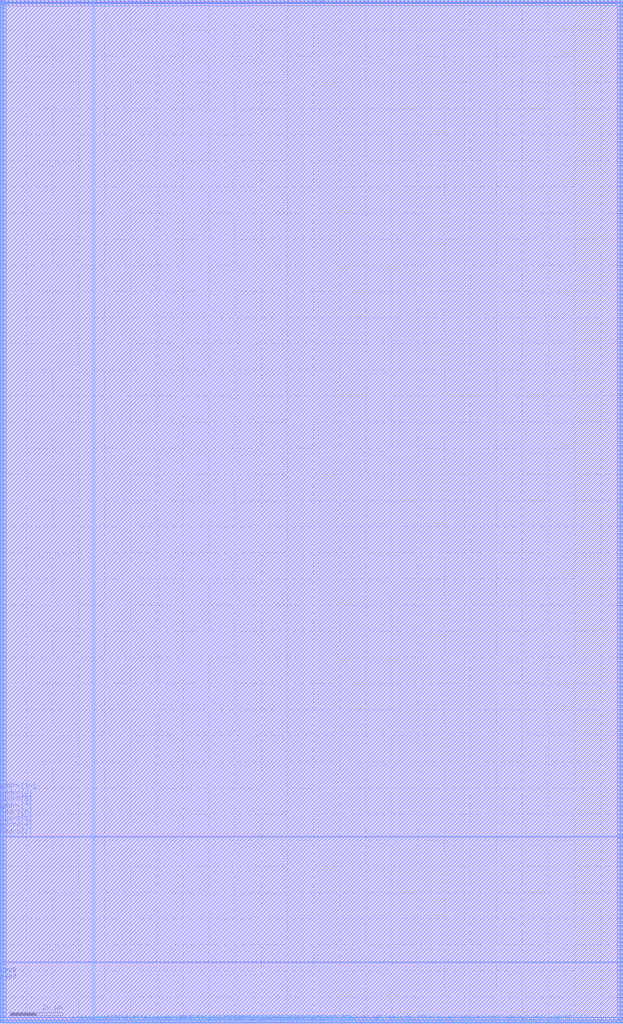
<source format=lef>
VERSION 5.4 ;
NAMESCASESENSITIVE ON ;
BUSBITCHARS "[]" ;
DIVIDERCHAR "/" ;
UNITS
  DATABASE MICRONS 2000 ;
END UNITS
MACRO sram_32b_65536_1rw_freepdk45_sram_32x65536_32v
   CLASS BLOCK ;
   SIZE 238.5625 BY 391.5075 ;
   SYMMETRY X Y R90 ;
   PIN din0[0]
      DIRECTION INPUT ;
      PORT
         LAYER metal4 ;
         RECT  35.705 0.0 35.845 0.14 ;
      END
   END din0[0]
   PIN din0[1]
      DIRECTION INPUT ;
      PORT
         LAYER metal4 ;
         RECT  38.565 0.0 38.705 0.14 ;
      END
   END din0[1]
   PIN din0[2]
      DIRECTION INPUT ;
      PORT
         LAYER metal4 ;
         RECT  41.425 0.0 41.565 0.14 ;
      END
   END din0[2]
   PIN din0[3]
      DIRECTION INPUT ;
      PORT
         LAYER metal4 ;
         RECT  44.285 0.0 44.425 0.14 ;
      END
   END din0[3]
   PIN din0[4]
      DIRECTION INPUT ;
      PORT
         LAYER metal4 ;
         RECT  47.145 0.0 47.285 0.14 ;
      END
   END din0[4]
   PIN din0[5]
      DIRECTION INPUT ;
      PORT
         LAYER metal4 ;
         RECT  50.005 0.0 50.145 0.14 ;
      END
   END din0[5]
   PIN din0[6]
      DIRECTION INPUT ;
      PORT
         LAYER metal4 ;
         RECT  52.865 0.0 53.005 0.14 ;
      END
   END din0[6]
   PIN din0[7]
      DIRECTION INPUT ;
      PORT
         LAYER metal4 ;
         RECT  55.725 0.0 55.865 0.14 ;
      END
   END din0[7]
   PIN din0[8]
      DIRECTION INPUT ;
      PORT
         LAYER metal4 ;
         RECT  58.585 0.0 58.725 0.14 ;
      END
   END din0[8]
   PIN din0[9]
      DIRECTION INPUT ;
      PORT
         LAYER metal4 ;
         RECT  61.445 0.0 61.585 0.14 ;
      END
   END din0[9]
   PIN din0[10]
      DIRECTION INPUT ;
      PORT
         LAYER metal4 ;
         RECT  64.305 0.0 64.445 0.14 ;
      END
   END din0[10]
   PIN din0[11]
      DIRECTION INPUT ;
      PORT
         LAYER metal4 ;
         RECT  67.165 0.0 67.305 0.14 ;
      END
   END din0[11]
   PIN din0[12]
      DIRECTION INPUT ;
      PORT
         LAYER metal4 ;
         RECT  70.025 0.0 70.165 0.14 ;
      END
   END din0[12]
   PIN din0[13]
      DIRECTION INPUT ;
      PORT
         LAYER metal4 ;
         RECT  72.885 0.0 73.025 0.14 ;
      END
   END din0[13]
   PIN din0[14]
      DIRECTION INPUT ;
      PORT
         LAYER metal4 ;
         RECT  75.745 0.0 75.885 0.14 ;
      END
   END din0[14]
   PIN din0[15]
      DIRECTION INPUT ;
      PORT
         LAYER metal4 ;
         RECT  78.605 0.0 78.745 0.14 ;
      END
   END din0[15]
   PIN din0[16]
      DIRECTION INPUT ;
      PORT
         LAYER metal4 ;
         RECT  81.465 0.0 81.605 0.14 ;
      END
   END din0[16]
   PIN din0[17]
      DIRECTION INPUT ;
      PORT
         LAYER metal4 ;
         RECT  84.325 0.0 84.465 0.14 ;
      END
   END din0[17]
   PIN din0[18]
      DIRECTION INPUT ;
      PORT
         LAYER metal4 ;
         RECT  87.185 0.0 87.325 0.14 ;
      END
   END din0[18]
   PIN din0[19]
      DIRECTION INPUT ;
      PORT
         LAYER metal4 ;
         RECT  90.045 0.0 90.185 0.14 ;
      END
   END din0[19]
   PIN din0[20]
      DIRECTION INPUT ;
      PORT
         LAYER metal4 ;
         RECT  92.905 0.0 93.045 0.14 ;
      END
   END din0[20]
   PIN din0[21]
      DIRECTION INPUT ;
      PORT
         LAYER metal4 ;
         RECT  95.765 0.0 95.905 0.14 ;
      END
   END din0[21]
   PIN din0[22]
      DIRECTION INPUT ;
      PORT
         LAYER metal4 ;
         RECT  98.625 0.0 98.765 0.14 ;
      END
   END din0[22]
   PIN din0[23]
      DIRECTION INPUT ;
      PORT
         LAYER metal4 ;
         RECT  101.485 0.0 101.625 0.14 ;
      END
   END din0[23]
   PIN din0[24]
      DIRECTION INPUT ;
      PORT
         LAYER metal4 ;
         RECT  104.345 0.0 104.485 0.14 ;
      END
   END din0[24]
   PIN din0[25]
      DIRECTION INPUT ;
      PORT
         LAYER metal4 ;
         RECT  107.205 0.0 107.345 0.14 ;
      END
   END din0[25]
   PIN din0[26]
      DIRECTION INPUT ;
      PORT
         LAYER metal4 ;
         RECT  110.065 0.0 110.205 0.14 ;
      END
   END din0[26]
   PIN din0[27]
      DIRECTION INPUT ;
      PORT
         LAYER metal4 ;
         RECT  112.925 0.0 113.065 0.14 ;
      END
   END din0[27]
   PIN din0[28]
      DIRECTION INPUT ;
      PORT
         LAYER metal4 ;
         RECT  115.785 0.0 115.925 0.14 ;
      END
   END din0[28]
   PIN din0[29]
      DIRECTION INPUT ;
      PORT
         LAYER metal4 ;
         RECT  118.645 0.0 118.785 0.14 ;
      END
   END din0[29]
   PIN din0[30]
      DIRECTION INPUT ;
      PORT
         LAYER metal4 ;
         RECT  121.505 0.0 121.645 0.14 ;
      END
   END din0[30]
   PIN din0[31]
      DIRECTION INPUT ;
      PORT
         LAYER metal4 ;
         RECT  124.365 0.0 124.505 0.14 ;
      END
   END din0[31]
   PIN addr0[0]
      DIRECTION INPUT ;
      PORT
         LAYER metal4 ;
         RECT  27.125 0.0 27.265 0.14 ;
      END
   END addr0[0]
   PIN addr0[1]
      DIRECTION INPUT ;
      PORT
         LAYER metal4 ;
         RECT  29.985 0.0 30.125 0.14 ;
      END
   END addr0[1]
   PIN addr0[2]
      DIRECTION INPUT ;
      PORT
         LAYER metal4 ;
         RECT  32.845 0.0 32.985 0.14 ;
      END
   END addr0[2]
   PIN addr0[3]
      DIRECTION INPUT ;
      PORT
         LAYER metal3 ;
         RECT  0.0 71.29 0.14 71.43 ;
      END
   END addr0[3]
   PIN addr0[4]
      DIRECTION INPUT ;
      PORT
         LAYER metal3 ;
         RECT  0.0 74.02 0.14 74.16 ;
      END
   END addr0[4]
   PIN addr0[5]
      DIRECTION INPUT ;
      PORT
         LAYER metal3 ;
         RECT  0.0 76.23 0.14 76.37 ;
      END
   END addr0[5]
   PIN addr0[6]
      DIRECTION INPUT ;
      PORT
         LAYER metal3 ;
         RECT  0.0 78.96 0.14 79.1 ;
      END
   END addr0[6]
   PIN addr0[7]
      DIRECTION INPUT ;
      PORT
         LAYER metal3 ;
         RECT  0.0 81.17 0.14 81.31 ;
      END
   END addr0[7]
   PIN addr0[8]
      DIRECTION INPUT ;
      PORT
         LAYER metal3 ;
         RECT  0.0 83.9 0.14 84.04 ;
      END
   END addr0[8]
   PIN addr0[9]
      DIRECTION INPUT ;
      PORT
         LAYER metal3 ;
         RECT  0.0 86.11 0.14 86.25 ;
      END
   END addr0[9]
   PIN addr0[10]
      DIRECTION INPUT ;
      PORT
         LAYER metal3 ;
         RECT  0.0 88.84 0.14 88.98 ;
      END
   END addr0[10]
   PIN addr0[11]
      DIRECTION INPUT ;
      PORT
      END
   END addr0[11]
   PIN addr0[12]
      DIRECTION INPUT ;
      PORT
      END
   END addr0[12]
   PIN addr0[13]
      DIRECTION INPUT ;
      PORT
      END
   END addr0[13]
   PIN addr0[14]
      DIRECTION INPUT ;
      PORT
      END
   END addr0[14]
   PIN addr0[15]
      DIRECTION INPUT ;
      PORT
      END
   END addr0[15]
   PIN csb0
      DIRECTION INPUT ;
      PORT
         LAYER metal3 ;
         RECT  0.0 15.65 0.14 15.79 ;
      END
   END csb0
   PIN web0
      DIRECTION INPUT ;
      PORT
         LAYER metal3 ;
         RECT  0.0 18.38 0.14 18.52 ;
      END
   END web0
   PIN clk0
      DIRECTION INPUT ;
      PORT
         LAYER metal3 ;
         RECT  0.0 15.885 0.14 16.025 ;
      END
   END clk0
   PIN dout0[0]
      DIRECTION OUTPUT ;
      PORT
         LAYER metal4 ;
         RECT  53.15 0.0 53.29 0.14 ;
      END
   END dout0[0]
   PIN dout0[1]
      DIRECTION OUTPUT ;
      PORT
         LAYER metal4 ;
         RECT  58.87 0.0 59.01 0.14 ;
      END
   END dout0[1]
   PIN dout0[2]
      DIRECTION OUTPUT ;
      PORT
         LAYER metal4 ;
         RECT  64.59 0.0 64.73 0.14 ;
      END
   END dout0[2]
   PIN dout0[3]
      DIRECTION OUTPUT ;
      PORT
         LAYER metal4 ;
         RECT  70.31 0.0 70.45 0.14 ;
      END
   END dout0[3]
   PIN dout0[4]
      DIRECTION OUTPUT ;
      PORT
         LAYER metal4 ;
         RECT  76.03 0.0 76.17 0.14 ;
      END
   END dout0[4]
   PIN dout0[5]
      DIRECTION OUTPUT ;
      PORT
         LAYER metal4 ;
         RECT  81.8975 0.0 82.0375 0.14 ;
      END
   END dout0[5]
   PIN dout0[6]
      DIRECTION OUTPUT ;
      PORT
         LAYER metal4 ;
         RECT  86.4275 0.0 86.5675 0.14 ;
      END
   END dout0[6]
   PIN dout0[7]
      DIRECTION OUTPUT ;
      PORT
         LAYER metal4 ;
         RECT  92.1475 0.0 92.2875 0.14 ;
      END
   END dout0[7]
   PIN dout0[8]
      DIRECTION OUTPUT ;
      PORT
         LAYER metal4 ;
         RECT  97.8675 0.0 98.0075 0.14 ;
      END
   END dout0[8]
   PIN dout0[9]
      DIRECTION OUTPUT ;
      PORT
         LAYER metal4 ;
         RECT  103.5875 0.0 103.7275 0.14 ;
      END
   END dout0[9]
   PIN dout0[10]
      DIRECTION OUTPUT ;
      PORT
         LAYER metal4 ;
         RECT  109.29 0.0 109.43 0.14 ;
      END
   END dout0[10]
   PIN dout0[11]
      DIRECTION OUTPUT ;
      PORT
         LAYER metal4 ;
         RECT  115.0275 0.0 115.1675 0.14 ;
      END
   END dout0[11]
   PIN dout0[12]
      DIRECTION OUTPUT ;
      PORT
         LAYER metal4 ;
         RECT  120.7475 0.0 120.8875 0.14 ;
      END
   END dout0[12]
   PIN dout0[13]
      DIRECTION OUTPUT ;
      PORT
         LAYER metal4 ;
         RECT  126.445 0.0 126.585 0.14 ;
      END
   END dout0[13]
   PIN dout0[14]
      DIRECTION OUTPUT ;
      PORT
         LAYER metal4 ;
         RECT  132.085 0.0 132.225 0.14 ;
      END
   END dout0[14]
   PIN dout0[15]
      DIRECTION OUTPUT ;
      PORT
         LAYER metal4 ;
         RECT  137.725 0.0 137.865 0.14 ;
      END
   END dout0[15]
   PIN dout0[16]
      DIRECTION OUTPUT ;
      PORT
         LAYER metal4 ;
         RECT  143.365 0.0 143.505 0.14 ;
      END
   END dout0[16]
   PIN dout0[17]
      DIRECTION OUTPUT ;
      PORT
         LAYER metal4 ;
         RECT  149.005 0.0 149.145 0.14 ;
      END
   END dout0[17]
   PIN dout0[18]
      DIRECTION OUTPUT ;
      PORT
         LAYER metal4 ;
         RECT  154.645 0.0 154.785 0.14 ;
      END
   END dout0[18]
   PIN dout0[19]
      DIRECTION OUTPUT ;
      PORT
         LAYER metal4 ;
         RECT  160.285 0.0 160.425 0.14 ;
      END
   END dout0[19]
   PIN dout0[20]
      DIRECTION OUTPUT ;
      PORT
         LAYER metal4 ;
         RECT  165.925 0.0 166.065 0.14 ;
      END
   END dout0[20]
   PIN dout0[21]
      DIRECTION OUTPUT ;
      PORT
         LAYER metal4 ;
         RECT  171.565 0.0 171.705 0.14 ;
      END
   END dout0[21]
   PIN dout0[22]
      DIRECTION OUTPUT ;
      PORT
         LAYER metal4 ;
         RECT  177.205 0.0 177.345 0.14 ;
      END
   END dout0[22]
   PIN dout0[23]
      DIRECTION OUTPUT ;
      PORT
         LAYER metal4 ;
         RECT  182.845 0.0 182.985 0.14 ;
      END
   END dout0[23]
   PIN dout0[24]
      DIRECTION OUTPUT ;
      PORT
         LAYER metal4 ;
         RECT  188.485 0.0 188.625 0.14 ;
      END
   END dout0[24]
   PIN dout0[25]
      DIRECTION OUTPUT ;
      PORT
         LAYER metal4 ;
         RECT  194.125 0.0 194.265 0.14 ;
      END
   END dout0[25]
   PIN dout0[26]
      DIRECTION OUTPUT ;
      PORT
         LAYER metal4 ;
         RECT  199.765 0.0 199.905 0.14 ;
      END
   END dout0[26]
   PIN dout0[27]
      DIRECTION OUTPUT ;
      PORT
         LAYER metal4 ;
         RECT  205.405 0.0 205.545 0.14 ;
      END
   END dout0[27]
   PIN dout0[28]
      DIRECTION OUTPUT ;
      PORT
         LAYER metal4 ;
         RECT  211.045 0.0 211.185 0.14 ;
      END
   END dout0[28]
   PIN dout0[29]
      DIRECTION OUTPUT ;
      PORT
         LAYER metal3 ;
         RECT  238.4225 23.2925 238.5625 23.4325 ;
      END
   END dout0[29]
   PIN dout0[30]
      DIRECTION OUTPUT ;
      PORT
         LAYER metal3 ;
         RECT  238.4225 22.8225 238.5625 22.9625 ;
      END
   END dout0[30]
   PIN dout0[31]
      DIRECTION OUTPUT ;
      PORT
         LAYER metal3 ;
         RECT  238.4225 23.0575 238.5625 23.1975 ;
      END
   END dout0[31]
   PIN vdd
      DIRECTION INPUT ;
      USE POWER ; 
      SHAPE ABUTMENT ; 
      PORT
         LAYER metal3 ;
         RECT  0.0 0.0 238.5625 0.7 ;
         LAYER metal3 ;
         RECT  0.0 390.8075 238.5625 391.5075 ;
         LAYER metal4 ;
         RECT  0.0 0.0 0.7 391.5075 ;
         LAYER metal4 ;
         RECT  237.8625 0.0 238.5625 391.5075 ;
      END
   END vdd
   PIN gnd
      DIRECTION INPUT ;
      USE GROUND ; 
      SHAPE ABUTMENT ; 
      PORT
         LAYER metal4 ;
         RECT  1.4 1.4 2.1 390.1075 ;
         LAYER metal3 ;
         RECT  1.4 1.4 237.1625 2.1 ;
         LAYER metal3 ;
         RECT  1.4 389.4075 237.1625 390.1075 ;
         LAYER metal4 ;
         RECT  236.4625 1.4 237.1625 390.1075 ;
      END
   END gnd
   OBS
   LAYER  metal1 ;
      RECT  0.14 0.14 238.4225 391.3675 ;
   LAYER  metal2 ;
      RECT  0.14 0.14 238.4225 391.3675 ;
   LAYER  metal3 ;
      RECT  0.28 71.15 238.4225 71.57 ;
      RECT  0.14 71.57 0.28 73.88 ;
      RECT  0.14 74.3 0.28 76.09 ;
      RECT  0.14 76.51 0.28 78.82 ;
      RECT  0.14 79.24 0.28 81.03 ;
      RECT  0.14 81.45 0.28 83.76 ;
      RECT  0.14 84.18 0.28 85.97 ;
      RECT  0.14 86.39 0.28 88.7 ;
      RECT  0.14 18.66 0.28 71.15 ;
      RECT  0.14 16.165 0.28 18.24 ;
      RECT  0.28 23.1525 238.2825 23.5725 ;
      RECT  0.28 23.5725 238.2825 71.15 ;
      RECT  238.2825 23.5725 238.4225 71.15 ;
      RECT  0.14 0.84 0.28 15.51 ;
      RECT  238.2825 0.84 238.4225 22.6825 ;
      RECT  0.14 89.12 0.28 390.6675 ;
      RECT  0.28 0.84 1.26 1.26 ;
      RECT  0.28 1.26 1.26 2.24 ;
      RECT  0.28 2.24 1.26 23.1525 ;
      RECT  1.26 0.84 237.3025 1.26 ;
      RECT  1.26 2.24 237.3025 23.1525 ;
      RECT  237.3025 0.84 238.2825 1.26 ;
      RECT  237.3025 1.26 238.2825 2.24 ;
      RECT  237.3025 2.24 238.2825 23.1525 ;
      RECT  0.28 71.57 1.26 389.2675 ;
      RECT  0.28 389.2675 1.26 390.2475 ;
      RECT  0.28 390.2475 1.26 390.6675 ;
      RECT  1.26 71.57 237.3025 389.2675 ;
      RECT  1.26 390.2475 237.3025 390.6675 ;
      RECT  237.3025 71.57 238.4225 389.2675 ;
      RECT  237.3025 389.2675 238.4225 390.2475 ;
      RECT  237.3025 390.2475 238.4225 390.6675 ;
   LAYER  metal4 ;
      RECT  35.425 0.42 36.125 391.3675 ;
      RECT  36.125 0.14 38.285 0.42 ;
      RECT  38.985 0.14 41.145 0.42 ;
      RECT  41.845 0.14 44.005 0.42 ;
      RECT  44.705 0.14 46.865 0.42 ;
      RECT  47.565 0.14 49.725 0.42 ;
      RECT  50.425 0.14 52.585 0.42 ;
      RECT  56.145 0.14 58.305 0.42 ;
      RECT  61.865 0.14 64.025 0.42 ;
      RECT  67.585 0.14 69.745 0.42 ;
      RECT  73.305 0.14 75.465 0.42 ;
      RECT  79.025 0.14 81.185 0.42 ;
      RECT  87.605 0.14 89.765 0.42 ;
      RECT  93.325 0.14 95.485 0.42 ;
      RECT  99.045 0.14 101.205 0.42 ;
      RECT  104.765 0.14 106.925 0.42 ;
      RECT  110.485 0.14 112.645 0.42 ;
      RECT  116.205 0.14 118.365 0.42 ;
      RECT  121.925 0.14 124.085 0.42 ;
      RECT  27.545 0.14 29.705 0.42 ;
      RECT  30.405 0.14 32.565 0.42 ;
      RECT  33.265 0.14 35.425 0.42 ;
      RECT  53.57 0.14 55.445 0.42 ;
      RECT  59.29 0.14 61.165 0.42 ;
      RECT  65.01 0.14 66.885 0.42 ;
      RECT  70.73 0.14 72.605 0.42 ;
      RECT  76.45 0.14 78.325 0.42 ;
      RECT  82.3175 0.14 84.045 0.42 ;
      RECT  84.745 0.14 86.1475 0.42 ;
      RECT  86.8475 0.14 86.905 0.42 ;
      RECT  90.465 0.14 91.8675 0.42 ;
      RECT  92.5675 0.14 92.625 0.42 ;
      RECT  96.185 0.14 97.5875 0.42 ;
      RECT  98.2875 0.14 98.345 0.42 ;
      RECT  101.905 0.14 103.3075 0.42 ;
      RECT  104.0075 0.14 104.065 0.42 ;
      RECT  107.625 0.14 109.01 0.42 ;
      RECT  109.71 0.14 109.785 0.42 ;
      RECT  113.345 0.14 114.7475 0.42 ;
      RECT  115.4475 0.14 115.505 0.42 ;
      RECT  119.065 0.14 120.4675 0.42 ;
      RECT  121.1675 0.14 121.225 0.42 ;
      RECT  124.785 0.14 126.165 0.42 ;
      RECT  126.865 0.14 131.805 0.42 ;
      RECT  132.505 0.14 137.445 0.42 ;
      RECT  138.145 0.14 143.085 0.42 ;
      RECT  143.785 0.14 148.725 0.42 ;
      RECT  149.425 0.14 154.365 0.42 ;
      RECT  155.065 0.14 160.005 0.42 ;
      RECT  160.705 0.14 165.645 0.42 ;
      RECT  166.345 0.14 171.285 0.42 ;
      RECT  171.985 0.14 176.925 0.42 ;
      RECT  177.625 0.14 182.565 0.42 ;
      RECT  183.265 0.14 188.205 0.42 ;
      RECT  188.905 0.14 193.845 0.42 ;
      RECT  194.545 0.14 199.485 0.42 ;
      RECT  200.185 0.14 205.125 0.42 ;
      RECT  205.825 0.14 210.765 0.42 ;
      RECT  0.98 0.14 26.845 0.42 ;
      RECT  211.465 0.14 237.5825 0.42 ;
      RECT  0.98 0.42 1.12 1.12 ;
      RECT  0.98 1.12 1.12 390.3875 ;
      RECT  0.98 390.3875 1.12 391.3675 ;
      RECT  1.12 0.42 2.38 1.12 ;
      RECT  1.12 390.3875 2.38 391.3675 ;
      RECT  2.38 0.42 35.425 1.12 ;
      RECT  2.38 1.12 35.425 390.3875 ;
      RECT  2.38 390.3875 35.425 391.3675 ;
      RECT  36.125 0.42 236.1825 1.12 ;
      RECT  36.125 1.12 236.1825 390.3875 ;
      RECT  36.125 390.3875 236.1825 391.3675 ;
      RECT  236.1825 0.42 237.4425 1.12 ;
      RECT  236.1825 390.3875 237.4425 391.3675 ;
      RECT  237.4425 0.42 237.5825 1.12 ;
      RECT  237.4425 1.12 237.5825 390.3875 ;
      RECT  237.4425 390.3875 237.5825 391.3675 ;
   END
END    sram_32b_65536_1rw_freepdk45_sram_32x65536_32v
END    LIBRARY

</source>
